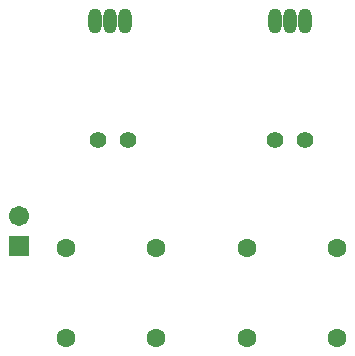
<source format=gbs>
G04 Layer_Color=16711935*
%FSLAX25Y25*%
%MOIN*%
G70*
G01*
G75*
%ADD20C,0.06312*%
%ADD21R,0.06706X0.06706*%
%ADD22C,0.06706*%
%ADD23O,0.04488X0.08425*%
%ADD24O,0.04488X0.08425*%
%ADD25C,0.05524*%
D20*
X145669Y44055D02*
D03*
Y74055D02*
D03*
X85302Y44055D02*
D03*
Y74055D02*
D03*
X115486Y44055D02*
D03*
Y74055D02*
D03*
X55118Y44055D02*
D03*
Y74055D02*
D03*
D21*
X39370Y74803D02*
D03*
D22*
Y84803D02*
D03*
D23*
X124921Y149606D02*
D03*
X134921D02*
D03*
X64803D02*
D03*
X74803D02*
D03*
D24*
X129921D02*
D03*
X69803D02*
D03*
D25*
X75866Y110236D02*
D03*
X65866D02*
D03*
X134921D02*
D03*
X124921D02*
D03*
M02*

</source>
